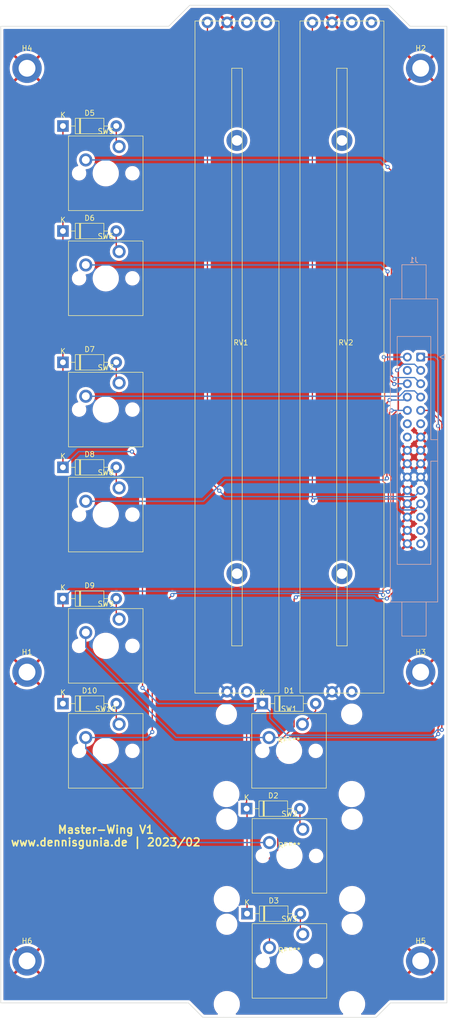
<source format=kicad_pcb>
(kicad_pcb (version 20211014) (generator pcbnew)
  (layers (0 "F.Cu" signal) (31 "B.Cu" signal) (34 "B.Paste" user) (35 "F.Paste" user) (36 "B.SilkS" user "B.Silkscreen") (37 "F.SilkS" user "F.Silkscreen") (38 "B.Mask" user) (39 "F.Mask" user) (44 "Edge.Cuts" user))
  (net 0 "")
  (net 1 "Net-(D1-Pad2)")
  (net 2 "MATRIX_1")
  (net 3 "MATRIX_2")
  (net 4 "MATRIX_A")
  (net 5 "Net-(D3-Pad2)")
  (net 7 "Net-(D5-Pad2)")
  (net 8 "MATRIX_3")
  (net 9 "MATRIX_4")
  (net 10 "Net-(D9-Pad2)")
  (net 11 "Net-(D10-Pad2)")
  (net 12 "MATRIX_5")
  (net 13 "MATRIX_6")
  (net 14 "MATRIX_B")
  (net 16 "MATRIX_7")
  (net 17 "MATRIX_8")
  (net 19 "Net-(D2-Pad2)")
  (net 20 "Net-(D7-Pad2)")
  (net 21 "Net-(D8-Pad2)")
  (net 22 "GND")
  (net 23 "+5V")
  (net 24 "ANALOG_1")
  (net 25 "ANALOG_2")
  (net 27 "Net-(D6-Pad2)")
  (footprint "cherrymx:SW_Cherry_MX_PCB_2.00u" (layer "F.Cu") (at 70 170)
    (fp_text reference "SW2" (at 0 -8) (layer "F.SilkS"))
    (fp_text value "Switch_SW_DPST")
    (fp_line (start -7.1 -7.1) (end -7.1 7.1) (layer "F.SilkS") (width 0.12))
    (fp_line (start 7.1 7.1) (end 7.1 -7.1) (layer "F.SilkS") (width 0.12))
    (fp_line (start 7.1 -7.1) (end -7.1 -7.1) (layer "F.SilkS") (width 0.12))
    (fp_line (start -7.1 7.1) (end 7.1 7.1) (layer "F.SilkS") (width 0.12))
    (pad "" np_thru_hole circle locked (at 0 0) (size 4 4) (drill 4) (layers *.Cu *.Mask))
    (pad "" np_thru_hole circle locked (at -5.08 0) (size 1.75 1.75) (drill 1.75) (layers *.Cu *.Mask))
    (pad "" np_thru_hole circle locked (at 5.08 0) (size 1.75 1.75) (drill 1.75) (layers *.Cu *.Mask))
    (pad "1" thru_hole circle locked (at -3.81 -2.54) (size 2.5 2.5) (drill 1.5) (layers *.Cu "B.Mask") (net 3 "MATRIX_2"))
    (pad "2" thru_hole circle locked (at 2.54 -5.08) (size 2.5 2.5) (drill 1.5) (layers *.Cu "B.Mask") (net 19 "Net-(D2-Pad2)"))
  )
  (footprint "Mounting_Keyboard_Stabilizer:Stabilizer_Cherry_MX_2.00u" (layer "F.Cu") (at 70 190)
    (fp_text reference "REF**" (at 0 -2) (layer "F.SilkS"))
    (fp_text value "Stabilizer_Cherry_MX_2.00u")
    (pad "" np_thru_hole circle locked (at 11.938 -6.985) (size 3.048 3.048) (drill 3.048) (layers *.Cu *.Mask))
    (pad "" np_thru_hole circle locked (at -11.938 -6.985) (size 3.048 3.048) (drill 3.048) (layers *.Cu *.Mask))
    (pad "" np_thru_hole circle locked (at 11.938 8.225) (size 3.9878 3.9878) (drill 3.9878) (layers *.Cu *.Mask))
    (pad "" np_thru_hole circle locked (at -11.938 8.225) (size 3.9878 3.9878) (drill 3.9878) (layers *.Cu *.Mask))
  )
  (footprint "cherrymx:SW_Cherry_MX_PCB_1.00u" (layer "F.Cu") (at 35 85)
    (fp_text reference "SW7" (at 0 -8) (layer "F.SilkS"))
    (fp_text value "Switch_SW_DPST")
    (fp_line (start -7.1 -7.1) (end -7.1 7.1) (layer "F.SilkS") (width 0.12))
    (fp_line (start 7.1 -7.1) (end -7.1 -7.1) (layer "F.SilkS") (width 0.12))
    (fp_line (start -7.1 7.1) (end 7.1 7.1) (layer "F.SilkS") (width 0.12))
    (fp_line (start 7.1 7.1) (end 7.1 -7.1) (layer "F.SilkS") (width 0.12))
    (pad "" np_thru_hole circle locked (at 0 0) (size 4 4) (drill 4) (layers *.Cu *.Mask))
    (pad "" np_thru_hole circle locked (at -5.08 0) (size 1.75 1.75) (drill 1.75) (layers *.Cu *.Mask))
    (pad "" np_thru_hole circle locked (at 5.08 0) (size 1.75 1.75) (drill 1.75) (layers *.Cu *.Mask))
    (pad "1" thru_hole circle locked (at -3.81 -2.54) (size 2.5 2.5) (drill 1.5) (layers *.Cu "B.Mask") (net 16 "MATRIX_7"))
    (pad "2" thru_hole circle locked (at 2.54 -5.08) (size 2.5 2.5) (drill 1.5) (layers *.Cu "B.Mask") (net 20 "Net-(D7-Pad2)"))
  )
  (footprint "cherrymx:SW_Cherry_MX_PCB_1.00u" (layer "F.Cu") (at 35 40)
    (fp_text reference "SW5" (at 0 -8) (layer "F.SilkS"))
    (fp_text value "Switch_SW_DPST")
    (fp_line (start 7.1 7.1) (end 7.1 -7.1) (layer "F.SilkS") (width 0.12))
    (fp_line (start -7.1 7.1) (end 7.1 7.1) (layer "F.SilkS") (width 0.12))
    (fp_line (start -7.1 -7.1) (end -7.1 7.1) (layer "F.SilkS") (width 0.12))
    (fp_line (start 7.1 -7.1) (end -7.1 -7.1) (layer "F.SilkS") (width 0.12))
    (pad "" np_thru_hole circle locked (at 0 0) (size 4 4) (drill 4) (layers *.Cu *.Mask))
    (pad "" np_thru_hole circle locked (at 5.08 0) (size 1.75 1.75) (drill 1.75) (layers *.Cu *.Mask))
    (pad "" np_thru_hole circle locked (at -5.08 0) (size 1.75 1.75) (drill 1.75) (layers *.Cu *.Mask))
    (pad "1" thru_hole circle locked (at -3.81 -2.54) (size 2.5 2.5) (drill 1.5) (layers *.Cu "B.Mask") (net 12 "MATRIX_5"))
    (pad "2" thru_hole circle locked (at 2.54 -5.08) (size 2.5 2.5) (drill 1.5) (layers *.Cu "B.Mask") (net 7 "Net-(D5-Pad2)"))
  )
  (footprint "Diode_THT:D_DO-41_SOD81_P10.16mm_Horizontal" (layer "F.Cu") (at 26.84 141)
    (fp_text reference "D10" (at 5.08 -2.47) (layer "F.SilkS"))
    (fp_text value "1N4001")
    (fp_text user "K" (at 0 -2.1) (layer "F.SilkS"))
    (fp_line (start 8.82 0) (end 7.8 0) (layer "F.SilkS") (width 0.12))
    (fp_line (start 7.8 1.47) (end 7.8 -1.47) (layer "F.SilkS") (width 0.12))
    (fp_line (start 7.8 -1.47) (end 2.36 -1.47) (layer "F.SilkS") (width 0.12))
    (fp_line (start 2.36 -1.47) (end 2.36 1.47) (layer "F.SilkS") (width 0.12))
    (fp_line (start 3.14 -1.47) (end 3.14 1.47) (layer "F.SilkS") (width 0.12))
    (fp_line (start 3.38 -1.47) (end 3.38 1.47) (layer "F.SilkS") (width 0.12))
    (fp_line (start 3.26 -1.47) (end 3.26 1.47) (layer "F.SilkS") (width 0.12))
    (fp_line (start 2.36 1.47) (end 7.8 1.47) (layer "F.SilkS") (width 0.12))
    (fp_line (start 1.34 0) (end 2.36 0) (layer "F.SilkS") (width 0.12))
    (pad "1" thru_hole rect (at 0 0) (size 2.2 2.2) (drill 1.1) (layers *.Cu *.Mask) (net 14 "MATRIX_B"))
    (pad "2" thru_hole oval (at 10.16 0) (size 2.2 2.2) (drill 1.1) (layers *.Cu *.Mask) (net 11 "Net-(D10-Pad2)"))
  )
  (footprint "w_conn_av:RS100N12-LIN10K" (layer "F.Cu") (at 80 75)
    (fp_text reference "RV2" (at 0.75 -2.75 unlocked) (layer "F.SilkS"))
    (fp_text value "10K LIN")
    (fp_line (start -8 -64) (end 8 -64) (layer "F.SilkS") (width 0.12))
    (fp_line (start -1 -55) (end -1 55) (layer "F.SilkS") (width 0.12))
    (fp_line (start -8 64) (end 8 64) (layer "F.SilkS") (width 0.12))
    (fp_line (start 1 -55) (end 1 55) (layer "F.SilkS") (width 0.12))
    (fp_line (start -8 64) (end -8 -64) (layer "F.SilkS") (width 0.12))
    (fp_line (start -1 55) (end 1 55) (layer "F.SilkS") (width 0.12))
    (fp_line (start 8 -64) (end 8 64) (layer "F.SilkS") (width 0.12))
    (fp_line (start -1 -55) (end 1 -55) (layer "F.SilkS") (width 0.12))
    (pad "1" thru_hole circle (at -1.88 -63.75) (size 2.2 2.2) (drill 1.2) (layers *.Cu *.Mask) (net 22 "GND"))
    (pad "2" thru_hole circle (at -5.63 -63.75) (size 2.2 2.2) (drill 1.2) (layers *.Cu *.Mask) (net 25 "ANALOG_2"))
    (pad "3" thru_hole circle (at -1.88 63.75) (size 2.2 2.2) (drill 1.2) (layers *.Cu *.Mask) (net 23 "+5V"))
    (pad "4" thru_hole circle (at 1.88 -63.75) (size 2.2 2.2) (drill 1.2) (layers *.Cu *.Mask))
    (pad "5" thru_hole circle (at 5.63 -63.75) (size 2.2 2.2) (drill 1.2) (layers *.Cu *.Mask))
    (pad "6" thru_hole circle (at 1.88 63.75) (size 2.2 2.2) (drill 1.2) (layers *.Cu *.Mask))
    (pad "G" thru_hole circle (at 0 -41.25) (size 4 4) (drill 2) (layers *.Cu *.Mask))
    (pad "G" thru_hole circle (at 0 41.25) (size 4 4) (drill 2) (layers *.Cu *.Mask))
  )
  (footprint "cherrymx:SW_Cherry_MX_PCB_1.00u" (layer "F.Cu") (at 35 105)
    (fp_text reference "SW8" (at 0 -8) (layer "F.SilkS"))
    (fp_text value "Switch_SW_DPST")
    (fp_line (start -7.1 7.1) (end 7.1 7.1) (layer "F.SilkS") (width 0.12))
    (fp_line (start -7.1 -7.1) (end -7.1 7.1) (layer "F.SilkS") (width 0.12))
    (fp_line (start 7.1 7.1) (end 7.1 -7.1) (layer "F.SilkS") (width 0.12))
    (fp_line (start 7.1 -7.1) (end -7.1 -7.1) (layer "F.SilkS") (width 0.12))
    (pad "" np_thru_hole circle locked (at -5.08 0) (size 1.75 1.75) (drill 1.75) (layers *.Cu *.Mask))
    (pad "" np_thru_hole circle locked (at 0 0) (size 4 4) (drill 4) (layers *.Cu *.Mask))
    (pad "" np_thru_hole circle locked (at 5.08 0) (size 1.75 1.75) (drill 1.75) (layers *.Cu *.Mask))
    (pad "1" thru_hole circle locked (at -3.81 -2.54) (size 2.5 2.5) (drill 1.5) (layers *.Cu "B.Mask") (net 17 "MATRIX_8"))
    (pad "2" thru_hole circle locked (at 2.54 -5.08) (size 2.5 2.5) (drill 1.5) (layers *.Cu "B.Mask") (net 21 "Net-(D8-Pad2)"))
  )
  (footprint "MountingHole:MountingHole_3.2mm_M3_DIN965_Pad" (layer "F.Cu") (at 95 190)
    (fp_text reference "H5" (at 0 -3.8) (layer "F.SilkS"))
    (fp_text value "MountingHole")
    (pad "1" thru_hole circle (at 0 0) (size 5.6 5.6) (drill 3.2) (layers *.Cu *.Mask) (net 22 "GND"))
  )
  (footprint "Diode_THT:D_DO-41_SOD81_P10.16mm_Horizontal" (layer "F.Cu") (at 61.92 181)
    (fp_text reference "D3" (at 5.08 -2.47) (layer "F.SilkS"))
    (fp_text value "1N4001")
    (fp_text user "K" (at 0 -2.1) (layer "F.SilkS"))
    (fp_line (start 3.38 -1.47) (end 3.38 1.47) (layer "F.SilkS") (width 0.12))
    (fp_line (start 3.26 -1.47) (end 3.26 1.47) (layer "F.SilkS") (width 0.12))
    (fp_line (start 7.8 1.47) (end 7.8 -1.47) (layer "F.SilkS") (width 0.12))
    (fp_line (start 1.34 0) (end 2.36 0) (layer "F.SilkS") (width 0.12))
    (fp_line (start 8.82 0) (end 7.8 0) (layer "F.SilkS") (width 0.12))
    (fp_line (start 3.14 -1.47) (end 3.14 1.47) (layer "F.SilkS") (width 0.12))
    (fp_line (start 7.8 -1.47) (end 2.36 -1.47) (layer "F.SilkS") (width 0.12))
    (fp_line (start 2.36 -1.47) (end 2.36 1.47) (layer "F.SilkS") (width 0.12))
    (fp_line (start 2.36 1.47) (end 7.8 1.47) (layer "F.SilkS") (width 0.12))
    (pad "1" thru_hole rect (at 0 0) (size 2.2 2.2) (drill 1.1) (layers *.Cu *.Mask) (net 4 "MATRIX_A"))
    (pad "2" thru_hole oval (at 10.16 0) (size 2.2 2.2) (drill 1.1) (layers *.Cu *.Mask) (net 5 "Net-(D3-Pad2)"))
  )
  (footprint "cherrymx:SW_Cherry_MX_PCB_1.00u" (layer "F.Cu") (at 35 150)
    (fp_text reference "SW10" (at 0 -8) (layer "F.SilkS"))
    (fp_text value "Switch_SW_DPST")
    (fp_line (start -7.1 -7.1) (end -7.1 7.1) (layer "F.SilkS") (width 0.12))
    (fp_line (start -7.1 7.1) (end 7.1 7.1) (layer "F.SilkS") (width 0.12))
    (fp_line (start 7.1 7.1) (end 7.1 -7.1) (layer "F.SilkS") (width 0.12))
    (fp_line (start 7.1 -7.1) (end -7.1 -7.1) (layer "F.SilkS") (width 0.12))
    (pad "" np_thru_hole circle locked (at -5.08 0) (size 1.75 1.75) (drill 1.75) (layers *.Cu *.Mask))
    (pad "" np_thru_hole circle locked (at 0 0) (size 4 4) (drill 4) (layers *.Cu *.Mask))
    (pad "" np_thru_hole circle locked (at 5.08 0) (size 1.75 1.75) (drill 1.75) (layers *.Cu *.Mask))
    (pad "1" thru_hole circle locked (at -3.81 -2.54) (size 2.5 2.5) (drill 1.5) (layers *.Cu "B.Mask") (net 3 "MATRIX_2"))
    (pad "2" thru_hole circle locked (at 2.54 -5.08) (size 2.5 2.5) (drill 1.5) (layers *.Cu "B.Mask") (net 11 "Net-(D10-Pad2)"))
  )
  (footprint "Mounting_Keyboard_Stabilizer:Stabilizer_Cherry_MX_2.00u" (layer "F.Cu") (at 69.92 150)
    (fp_text reference "REF**" (at 0 -2) (layer "F.SilkS"))
    (fp_text value "Stabilizer_Cherry_MX_2.00u")
    (pad "" np_thru_hole circle locked (at 11.938 -6.985) (size 3.048 3.048) (drill 3.048) (layers *.Cu *.Mask))
    (pad "" np_thru_hole circle locked (at -11.938 -6.985) (size 3.048 3.048) (drill 3.048) (layers *.Cu *.Mask))
    (pad "" np_thru_hole circle locked (at 11.938 8.225) (size 3.9878 3.9878) (drill 3.9878) (layers *.Cu *.Mask))
    (pad "" np_thru_hole circle locked (at -11.938 8.225) (size 3.9878 3.9878) (drill 3.9878) (layers *.Cu *.Mask))
  )
  (footprint "Diode_THT:D_DO-41_SOD81_P10.16mm_Horizontal" (layer "F.Cu") (at 26.84 96)
    (fp_text reference "D8" (at 5.08 -2.47) (layer "F.SilkS"))
    (fp_text value "1N4001")
    (fp_text user "K" (at 0 -2.1) (layer "F.SilkS"))
    (fp_line (start 3.26 -1.47) (end 3.26 1.47) (layer "F.SilkS") (width 0.12))
    (fp_line (start 3.38 -1.47) (end 3.38 1.47) (layer "F.SilkS") (width 0.12))
    (fp_line (start 3.14 -1.47) (end 3.14 1.47) (layer "F.SilkS") (width 0.12))
    (fp_line (start 2.36 1.47) (end 7.8 1.47) (layer "F.SilkS") (width 0.12))
    (fp_line (start 7.8 -1.47) (end 2.36 -1.47) (layer "F.SilkS") (width 0.12))
    (fp_line (start 2.36 -1.47) (end 2.36 1.47) (layer "F.SilkS") (width 0.12))
    (fp_line (start 1.34 0) (end 2.36 0) (layer "F.SilkS") (width 0.12))
    (fp_line (start 8.82 0) (end 7.8 0) (layer "F.SilkS") (width 0.12))
    (fp_line (start 7.8 1.47) (end 7.8 -1.47) (layer "F.SilkS") (width 0.12))
    (pad "1" thru_hole rect (at 0 0) (size 2.2 2.2) (drill 1.1) (layers *.Cu *.Mask) (net 4 "MATRIX_A"))
    (pad "2" thru_hole oval (at 10.16 0) (size 2.2 2.2) (drill 1.1) (layers *.Cu *.Mask) (net 21 "Net-(D8-Pad2)"))
  )
  (footprint "cherrymx:SW_Cherry_MX_PCB_1.00u" (layer "F.Cu") (at 35 60)
    (fp_text reference "SW6" (at 0 -8) (layer "F.SilkS"))
    (fp_text value "Switch_SW_DPST")
    (fp_line (start -7.1 7.1) (end 7.1 7.1) (layer "F.SilkS") (width 0.12))
    (fp_line (start 7.1 -7.1) (end -7.1 -7.1) (layer "F.SilkS") (width 0.12))
    (fp_line (start 7.1 7.1) (end 7.1 -7.1) (layer "F.SilkS") (width 0.12))
    (fp_line (start -7.1 -7.1) (end -7.1 7.1) (layer "F.SilkS") (width 0.12))
    (pad "" np_thru_hole circle locked (at 5.08 0) (size 1.75 1.75) (drill 1.75) (layers *.Cu *.Mask))
    (pad "" np_thru_hole circle locked (at 0 0) (size 4 4) (drill 4) (layers *.Cu *.Mask))
    (pad "" np_thru_hole circle locked (at -5.08 0) (size 1.75 1.75) (drill 1.75) (layers *.Cu *.Mask))
    (pad "1" thru_hole circle locked (at -3.81 -2.54) (size 2.5 2.5) (drill 1.5) (layers *.Cu "B.Mask") (net 13 "MATRIX_6"))
    (pad "2" thru_hole circle locked (at 2.54 -5.08) (size 2.5 2.5) (drill 1.5) (layers *.Cu "B.Mask") (net 27 "Net-(D6-Pad2)"))
  )
  (footprint "MountingHole:MountingHole_3.2mm_M3_DIN965_Pad" (layer "F.Cu") (at 95 135)
    (fp_text reference "H3" (at 0 -3.8) (layer "F.SilkS"))
    (fp_text value "MountingHole")
    (pad "1" thru_hole circle (at 0 0) (size 5.6 5.6) (drill 3.2) (layers *.Cu *.Mask) (net 22 "GND"))
  )
  (footprint "cherrymx:SW_Cherry_MX_PCB_2.00u" (layer "F.Cu") (at 69.92 150)
    (fp_text reference "SW1" (at 0 -8) (layer "F.SilkS"))
    (fp_text value "Switch_SW_DPST")
    (fp_line (start -7.1 7.1) (end 7.1 7.1) (layer "F.SilkS") (width 0.12))
    (fp_line (start -7.1 -7.1) (end -7.1 7.1) (layer "F.SilkS") (width 0.12))
    (fp_line (start 7.1 7.1) (end 7.1 -7.1) (layer "F.SilkS") (width 0.12))
    (fp_line (start 7.1 -7.1) (end -7.1 -7.1) (layer "F.SilkS") (width 0.12))
    (pad "" np_thru_hole circle locked (at 0 0) (size 4 4) (drill 4) (layers *.Cu *.Mask))
    (pad "" np_thru_hole circle locked (at -5.08 0) (size 1.75 1.75) (drill 1.75) (layers *.Cu *.Mask))
    (pad "" np_thru_hole circle locked (at 5.08 0) (size 1.75 1.75) (drill 1.75) (layers *.Cu *.Mask))
    (pad "1" thru_hole circle locked (at -3.81 -2.54) (size 2.5 2.5) (drill 1.5) (layers *.Cu "B.Mask") (net 2 "MATRIX_1"))
    (pad "2" thru_hole circle locked (at 2.54 -5.08) (size 2.5 2.5) (drill 1.5) (layers *.Cu "B.Mask") (net 1 "Net-(D1-Pad2)"))
  )
  (footprint "Mounting_Keyboard_Stabilizer:Stabilizer_Cherry_MX_2.00u" (layer "F.Cu") (at 70 170)
    (fp_text reference "REF**" (at 0 -2) (layer "F.SilkS"))
    (fp_text value "Stabilizer_Cherry_MX_2.00u")
    (pad "" np_thru_hole circle locked (at 11.938 -6.985) (size 3.048 3.048) (drill 3.048) (layers *.Cu *.Mask))
    (pad "" np_thru_hole circle locked (at -11.938 -6.985) (size 3.048 3.048) (drill 3.048) (layers *.Cu *.Mask))
    (pad "" np_thru_hole circle locked (at 11.938 8.225) (size 3.9878 3.9878) (drill 3.9878) (layers *.Cu *.Mask))
    (pad "" np_thru_hole circle locked (at -11.938 8.225) (size 3.9878 3.9878) (drill 3.9878) (layers *.Cu *.Mask))
  )
  (footprint "Diode_THT:D_DO-41_SOD81_P10.16mm_Horizontal" (layer "F.Cu") (at 64.84 141)
    (fp_text reference "D1" (at 5.08 -2.47) (layer "F.SilkS"))
    (fp_text value "1N4001")
    (fp_text user "K" (at 0 -2.1) (layer "F.SilkS"))
    (fp_line (start 2.36 1.47) (end 7.8 1.47) (layer "F.SilkS") (width 0.12))
    (fp_line (start 2.36 -1.47) (end 2.36 1.47) (layer "F.SilkS") (width 0.12))
    (fp_line (start 7.8 1.47) (end 7.8 -1.47) (layer "F.SilkS") (width 0.12))
    (fp_line (start 7.8 -1.47) (end 2.36 -1.47) (layer "F.SilkS") (width 0.12))
    (fp_line (start 3.38 -1.47) (end 3.38 1.47) (layer "F.SilkS") (width 0.12))
    (fp_line (start 1.34 0) (end 2.36 0) (layer "F.SilkS") (width 0.12))
    (fp_line (start 3.14 -1.47) (end 3.14 1.47) (layer "F.SilkS") (width 0.12))
    (fp_line (start 8.82 0) (end 7.8 0) (layer "F.SilkS") (width 0.12))
    (fp_line (start 3.26 -1.47) (end 3.26 1.47) (layer "F.SilkS") (width 0.12))
    (pad "1" thru_hole rect (at 0 0) (size 2.2 2.2) (drill 1.1) (layers *.Cu *.Mask) (net 4 "MATRIX_A"))
    (pad "2" thru_hole oval (at 10.16 0) (size 2.2 2.2) (drill 1.1) (layers *.Cu *.Mask) (net 1 "Net-(D1-Pad2)"))
  )
  (footprint "cherrymx:SW_Cherry_MX_PCB_1.00u" (layer "F.Cu") (at 35 130)
    (fp_text reference "SW9" (at 0 -8) (layer "F.SilkS"))
    (fp_text value "Switch_SW_DPST")
    (fp_line (start -7.1 -7.1) (end -7.1 7.1) (layer "F.SilkS") (width 0.12))
    (fp_line (start -7.1 7.1) (end 7.1 7.1) (layer "F.SilkS") (width 0.12))
    (fp_line (start 7.1 -7.1) (end -7.1 -7.1) (layer "F.SilkS") (width 0.12))
    (fp_line (start 7.1 7.1) (end 7.1 -7.1) (layer "F.SilkS") (width 0.12))
    (pad "" np_thru_hole circle locked (at 5.08 0) (size 1.75 1.75) (drill 1.75) (layers *.Cu *.Mask))
    (pad "" np_thru_hole circle locked (at -5.08 0) (size 1.75 1.75) (drill 1.75) (layers *.Cu *.Mask))
    (pad "" np_thru_hole circle locked (at 0 0) (size 4 4) (drill 4) (layers *.Cu *.Mask))
    (pad "1" thru_hole circle locked (at -3.81 -2.54) (size 2.5 2.5) (drill 1.5) (layers *.Cu "B.Mask") (net 2 "MATRIX_1"))
    (pad "2" thru_hole circle locked (at 2.54 -5.08) (size 2.5 2.5) (drill 1.5) (layers *.Cu "B.Mask") (net 10 "Net-(D9-Pad2)"))
  )
  (footprint "w_conn_av:RS100N12-LIN10K" (layer "F.Cu") (at 60 75)
    (fp_text reference "RV1" (at 0.75 -2.75 unlocked) (layer "F.SilkS"))
    (fp_text value "10K LIN")
    (fp_line (start -1 -55) (end -1 55) (layer "F.SilkS") (width 0.12))
    (fp_line (start 1 -55) (end 1 55) (layer "F.SilkS") (width 0.12))
    (fp_line (start -1 55) (end 1 55) (layer "F.SilkS") (width 0.12))
    (fp_line (start -1 -55) (end 1 -55) (layer "F.SilkS") (width 0.12))
    (fp_line (start -8 64) (end -8 -64) (layer "F.SilkS") (width 0.12))
    (fp_line (start 8 -64) (end 8 64) (layer "F.SilkS") (width 0.12))
    (fp_line (start -8 -64) (end 8 -64) (layer "F.SilkS") (width 0.12))
    (fp_line (start -8 64) (end 8 64) (layer "F.SilkS") (width 0.12))
    (pad "1" thru_hole circle (at -1.88 -63.75) (size 2.2 2.2) (drill 1.2) (layers *.Cu *.Mask) (net 22 "GND"))
    (pad "2" thru_hole circle (at -5.63 -63.75) (size 2.2 2.2) (drill 1.2) (layers *.Cu *.Mask) (net 24 "ANALOG_1"))
    (pad "3" thru_hole circle (at -1.88 63.75) (size 2.2 2.2) (drill 1.2) (layers *.Cu *.Mask) (net 23 "+5V"))
    (pad "4" thru_hole circle (at 1.88 -63.75) (size 2.2 2.2) (drill 1.2) (layers *.Cu *.Mask))
    (pad "5" thru_hole circle (at 5.63 -63.75) (size 2.2 2.2) (drill 1.2) (layers *.Cu *.Mask))
    (pad "6" thru_hole circle (at 1.88 63.75) (size 2.2 2.2) (drill 1.2) (layers *.Cu *.Mask))
    (pad "G" thru_hole circle (at 0 41.25) (size 4 4) (drill 2) (layers *.Cu *.Mask))
    (pad "G" thru_hole circle (at 0 -41.25) (size 4 4) (drill 2) (layers *.Cu *.Mask))
  )
  (footprint "MountingHole:MountingHole_3.2mm_M3_DIN965_Pad" (layer "F.Cu") (at 95 20)
    (fp_text reference "H2" (at 0 -3.8) (layer "F.SilkS"))
    (fp_text value "MountingHole")
    (pad "1" thru_hole circle (at 0 0) (size 5.6 5.6) (drill 3.2) (layers *.Cu *.Mask) (net 22 "GND"))
  )
  (footprint "MountingHole:MountingHole_3.2mm_M3_DIN965_Pad" (layer "F.Cu") (at 20 135)
    (fp_text reference "H1" (at 0 -3.8) (layer "F.SilkS"))
    (fp_text value "MountingHole")
    (pad "1" thru_hole circle (at 0 0) (size 5.6 5.6) (drill 3.2) (layers *.Cu *.Mask) (net 22 "GND"))
  )
  (footprint "MountingHole:MountingHole_3.2mm_M3_DIN965_Pad" (layer "F.Cu") (at 20 20)
    (fp_text reference "H4" (at 0 -3.8) (layer "F.SilkS"))
    (fp_text value "MountingHole")
    (pad "1" thru_hole circle (at 0 0) (size 5.6 5.6) (drill 3.2) (layers *.Cu *.Mask) (net 22 "GND"))
  )
  (footprint "Diode_THT:D_DO-41_SOD81_P10.16mm_Horizontal" (layer "F.Cu") (at 26.84 76)
    (fp_text reference "D7" (at 5.08 -2.47) (layer "F.SilkS"))
    (fp_text value "1N4001")
    (fp_text user "K" (at 0 -2.1) (layer "F.SilkS"))
    (fp_line (start 2.36 1.47) (end 7.8 1.47) (layer "F.SilkS") (width 0.12))
    (fp_line (start 7.8 1.47) (end 7.8 -1.47) (layer "F.SilkS") (width 0.12))
    (fp_line (start 3.38 -1.47) (end 3.38 1.47) (layer "F.SilkS") (width 0.12))
    (fp_line (start 1.34 0) (end 2.36 0) (layer "F.SilkS") (width 0.12))
    (fp_line (start 2.36 -1.47) (end 2.36 1.47) (layer "F.SilkS") (width 0.12))
    (fp_line (start 3.26 -1.47) (end 3.26 1.47) (layer "F.SilkS") (width 0.12))
    (fp_line (start 3.14 -1.47) (end 3.14 1.47) (layer "F.SilkS") (width 0.12))
    (fp_line (start 7.8 -1.47) (end 2.36 -1.47) (layer "F.SilkS") (width 0.12))
    (fp_line (start 8.82 0) (end 7.8 0) (layer "F.SilkS") (width 0.12))
    (pad "1" thru_hole rect (at 0 0) (size 2.2 2.2) (drill 1.1) (layers *.Cu *.Mask) (net 4 "MATRIX_A"))
    (pad "2" thru_hole oval (at 10.16 0) (size 2.2 2.2) (drill 1.1) (layers *.Cu *.Mask) (net 20 "Net-(D7-Pad2)"))
  )
  (footprint "MountingHole:MountingHole_3.2mm_M3_DIN965_Pad" (layer "F.Cu") (at 20 190)
    (fp_text reference "H6" (at 0 -3.8) (layer "F.SilkS"))
    (fp_text value "MountingHole")
    (pad "1" thru_hole circle (at 0 0) (size 5.6 5.6) (drill 3.2) (layers *.Cu *.Mask) (net 22 "GND"))
  )
  (footprint "Diode_THT:D_DO-41_SOD81_P10.16mm_Horizontal" (layer "F.Cu") (at 61.84 161)
    (fp_text reference "D2" (at 5.08 -2.47) (layer "F.SilkS"))
    (fp_text value "1N4001")
    (fp_text user "K" (at 0 -2.1) (layer "F.SilkS"))
    (fp_line (start 3.38 -1.47) (end 3.38 1.47) (layer "F.SilkS") (width 0.12))
    (fp_line (start 1.34 0) (end 2.36 0) (layer "F.SilkS") (width 0.12))
    (fp_line (start 2.36 1.47) (end 7.8 1.47) (layer "F.SilkS") (width 0.12))
    (fp_line (start 3.26 -1.47) (end 3.26 1.47) (layer "F.SilkS") (width 0.12))
    (fp_line (start 7.8 -1.47) (end 2.36 -1.47) (layer "F.SilkS") (width 0.12))
    (fp_line (start 3.14 -1.47) (end 3.14 1.47) (layer "F.SilkS") (width 0.12))
    (fp_line (start 7.8 1.47) (end 7.8 -1.47) (layer "F.SilkS") (width 0.12))
    (fp_line (start 2.36 -1.47) (end 2.36 1.47) (layer "F.SilkS") (width 0.12))
    (fp_line (start 8.82 0) (end 7.8 0) (layer "F.SilkS") (width 0.12))
    (pad "1" thru_hole rect (at 0 0) (size 2.2 2.2) (drill 1.1) (layers *.Cu *.Mask) (net 4 "MATRIX_A"))
    (pad "2" thru_hole oval (at 10.16 0) (size 2.2 2.2) (drill 1.1) (layers *.Cu *.Mask) (net 19 "Net-(D2-Pad2)"))
  )
  (footprint "Diode_THT:D_DO-41_SOD81_P10.16mm_Horizontal" (layer "F.Cu") (at 26.84 121)
    (fp_text reference "D9" (at 5.08 -2.47) (layer "F.SilkS"))
    (fp_text value "1N4001")
    (fp_text user "K" (at 0 -2.1) (layer "F.SilkS"))
    (fp_line (start 3.14 -1.47) (end 3.14 1.47) (layer "F.SilkS") (width 0.12))
    (fp_line (start 2.36 -1.47) (end 2.36 1.47) (layer "F.SilkS") (width 0.12))
    (fp_line (start 8.82 0) (end 7.8 0) (layer "F.SilkS") (width 0.12))
    (fp_line (start 1.34 0) (end 2.36 0) (layer "F.SilkS") (width 0.12))
    (fp_line (start 7.8 1.47) (end 7.8 -1.47) (layer "F.SilkS") (width 0.12))
    (fp_line (start 2.36 1.47) (end 7.8 1.47) (layer "F.SilkS") (width 0.12))
    (fp_line (start 3.26 -1.47) (end 3.26 1.47) (layer "F.SilkS") (width 0.12))
    (fp_line (start 3.38 -1.47) (end 3.38 1.47) (layer "F.SilkS") (width 0.12))
    (fp_line (start 7.8 -1.47) (end 2.36 -1.47) (layer "F.SilkS") (width 0.12))
    (pad "1" thru_hole rect (at 0 0) (size 2.2 2.2) (drill 1.1) (layers *.Cu *.Mask) (net 14 "MATRIX_B"))
    (pad "2" thru_hole oval (at 10.16 0) (size 2.2 2.2) (drill 1.1) (layers *.Cu *.Mask) (net 10 "Net-(D9-Pad2)"))
  )
  (footprint "Diode_THT:D_DO-41_SOD81_P10.16mm_Horizontal" (layer "F.Cu") (at 26.84 51)
    (fp_text reference "D6" (at 5.08 -2.47) (layer "F.SilkS"))
    (fp_text value "1N4001")
    (fp_text user "K" (at 0 -2.1) (layer "F.SilkS"))
    (fp_line (start 7.8 -1.47) (end 2.36 -1.47) (layer "F.SilkS") (width 0.12))
    (fp_line (start 3.14 -1.47) (end 3.14 1.47) (layer "F.SilkS") (width 0.12))
    (fp_line (start 2.36 -1.47) (end 2.36 1.47) (layer "F.SilkS") (width 0.12))
    (fp_line (start 3.38 -1.47) (end 3.38 1.47) (layer "F.SilkS") (width 0.12))
    (fp_line (start 2.36 1.47) (end 7.8 1.47) (layer "F.SilkS") (width 0.12))
    (fp_line (start 3.26 -1.47) (end 3.26 1.47) (layer "F.SilkS") (width 0.12))
    (fp_line (start 7.8 1.47) (end 7.8 -1.47) (layer "F.SilkS") (width 0.12))
    (fp_line (start 1.34 0) (end 2.36 0) (layer "F.SilkS") (width 0.12))
    (fp_line (start 8.82 0) (end 7.8 0) (layer "F.SilkS") (width 0.12))
    (pad "1" thru_hole rect (at 0 0) (size 2.2 2.2) (drill 1.1) (layers *.Cu *.Mask) (net 4 "MATRIX_A"))
    (pad "2" thru_hole oval (at 10.16 0) (size 2.2 2.2) (drill 1.1) (layers *.Cu *.Mask) (net 27 "Net-(D6-Pad2)"))
  )
  (footprint "cherrymx:SW_Cherry_MX_PCB_2.00u" (layer "F.Cu") (at 70 190)
    (fp_text reference "SW3" (at 0 -8) (layer "F.SilkS"))
    (fp_text value "Switch_SW_DPST")
    (fp_line (start -7.1 7.1) (end 7.1 7.1) (layer "F.SilkS") (width 0.12))
    (fp_line (start -7.1 -7.1) (end -7.1 7.1) (layer "F.SilkS") (width 0.12))
    (fp_line (start 7.1 7.1) (end 7.1 -7.1) (layer "F.SilkS") (width 0.12))
    (fp_line (start 7.1 -7.1) (end -7.1 -7.1) (layer "F.SilkS") (width 0.12))
    (pad "" np_thru_hole circle locked (at 5.08 0) (size 1.75 1.75) (drill 1.75) (layers *.Cu *.Mask))
    (pad "" np_thru_hole circle locked (at -5.08 0) (size 1.75 1.75) (drill 1.75) (layers *.Cu *.Mask))
    (pad "" np_thru_hole circle locked (at 0 0) (size 4 4) (drill 4) (layers *.Cu *.Mask))
    (pad "1" thru_hole circle locked (at -3.81 -2.54) (size 2.5 2.5) (drill 1.5) (layers *.Cu "B.Mask") (net 8 "MATRIX_3"))
    (pad "2" thru_hole circle locked (at 2.54 -5.08) (size 2.5 2.5) (drill 1.5) (layers *.Cu "B.Mask") (net 5 "Net-(D3-Pad2)"))
  )
  (footprint "Diode_THT:D_DO-41_SOD81_P10.16mm_Horizontal" (layer "F.Cu") (at 26.84 31)
    (fp_text reference "D5" (at 5.08 -2.47) (layer "F.SilkS"))
    (fp_text value "1N4001")
    (fp_text user "K" (at 0 -2.1) (layer "F.SilkS"))
    (fp_line (start 3.26 -1.47) (end 3.26 1.47) (layer "F.SilkS") (width 0.12))
    (fp_line (start 2.36 1.47) (end 7.8 1.47) (layer "F.SilkS") (width 0.12))
    (fp_line (start 2.36 -1.47) (end 2.36 1.47) (layer "F.SilkS") (width 0.12))
    (fp_line (start 3.14 -1.47) (end 3.14 1.47) (layer "F.SilkS") (width 0.12))
    (fp_line (start 7.8 1.47) (end 7.8 -1.47) (layer "F.SilkS") (width 0.12))
    (fp_line (start 7.8 -1.47) (end 2.36 -1.47) (layer "F.SilkS") (width 0.12))
    (fp_line (start 1.34 0) (end 2.36 0) (layer "F.SilkS") (width 0.12))
    (fp_line (start 3.38 -1.47) (end 3.38 1.47) (layer "F.SilkS") (width 0.12))
    (fp_line (start 8.82 0) (end 7.8 0) (layer "F.SilkS") (width 0.12))
    (pad "1" thru_hole rect (at 0 0) (size 2.2 2.2) (drill 1.1) (layers *.Cu *.Mask) (net 4 "MATRIX_A"))
    (pad "2" thru_hole oval (at 10.16 0) (size 2.2 2.2) (drill 1.1) (layers *.Cu *.Mask) (net 7 "Net-(D5-Pad2)"))
  )
  (footprint "Connector_IDC:IDC-Header_2x15_P2.54mm_Latch6.5mm_Vertical" (layer "B.Cu") (at 95 75 180)
    (fp_text reference "J1" (at 1.27 18.47) (layer "B.SilkS") (effects (justify mirror)))
    (fp_text value "Conn_02x16_Odd_Even")
    (fp_line (start -1.04 -46.64) (end -1.04 -53.14) (layer "B.SilkS") (width 0.12))
    (fp_line (start -3.24 -46.64) (end -3.24 11.08) (layer "B.SilkS") (width 0.12))
    (fp_line (start 5.78 -46.64) (end -3.24 -46.64) (layer "B.SilkS") (width 0.12))
    (fp_line (start -1.93 -19.83) (end -3.24 -19.83) (layer "B.SilkS") (width 0.12))
    (fp_line (start -4.63 0.5) (end -4.63 -0.5) (layer "B.SilkS") (width 0.12))
    (fp_line (start -3.63 0) (end -4.63 0.5) (layer "B.SilkS") (width 0.12))
    (fp_line (start -1.93 3.92) (end 4.47 3.92) (layer "B.SilkS") (width 0.12))
    (fp_line (start -4.63 -0.5) (end -3.63 0) (layer "B.SilkS") (width 0.12))
    (fp_line (start -1.04 11.08) (end -1.04 17.58) (layer "B.SilkS") (width 0.12))
    (fp_line (start -1.93 -39.48) (end -1.93 -19.83) (layer "B.SilkS") (width 0.12))
    (fp_line (start 3.58 17.58) (end 3.58 11.08) (layer "B.SilkS") (width 0.12))
    (fp_line (start -1.04 17.58) (end 3.58 17.58) (layer "B.SilkS") (width 0.12))
    (fp_line (start -3.24 11.08) (end 5.78 11.08) (layer "B.SilkS") (width 0.12))
    (fp_line (start -3.24 -15.73) (end -1.93 -15.73) (layer "B.SilkS") (width 0.12))
    (fp_line (start 4.47 3.92) (end 4.47 -39.48) (layer "B.SilkS") (width 0.12))
    (fp_line (start -1.93 -19.83) (end -1.93 -19.83) (layer "B.SilkS") (width 0.12))
    (fp_line (start -1.93 -15.73) (end -1.93 3.92) (layer "B.SilkS") (width 0.12))
    (fp_line (start 4.47 -39.48) (end -1.93 -39.48) (layer "B.SilkS") (width 0.12))
    (fp_line (start 5.78 11.08) (end 5.78 -46.64) (layer "B.SilkS") (width 0.12))
    (fp_line (start -1.04 -53.14) (end 3.58 -53.14) (layer "B.SilkS") (width 0.12))
    (fp_line (start 3.58 -53.14) (end 3.58 -46.64) (layer "B.SilkS") (width 0.12))
    (pad "1" thru_hole roundrect (at 0 0 180) (size 1.7 1.7) (drill 1) (layers *.Cu *.Mask) (roundrect_rratio 0.1470588235) (net 2 "MATRIX_1"))
    (pad "2" thru_hole circle (at 2.54 0 180) (size 1.7 1.7) (drill 1) (layers *.Cu *.Mask) (net 3 "MATRIX_2"))
    (pad "3" thru_hole circle (at 0 -2.54 180) (size 1.7 1.7) (drill 1) (layers *.Cu *.Mask) (net 8 "MATRIX_3"))
    (pad "4" thru_hole circle (at 2.54 -2.54 180) (size 1.7 1.7) (drill 1) (layers *.Cu *.Mask) (net 9 "MATRIX_4"))
    (pad "5" thru_hole circle (at 0 -5.08 180) (size 1.7 1.7) (drill 1) (layers *.Cu *.Mask) (net 12 "MATRIX_5"))
    (pad "6" thru_hole circle (at 2.54 -5.08 180) (size 1.7 1.7) (drill 1) (layers *.Cu *.Mask) (net 13 "MATRIX_6"))
    (pad "7" thru_hole circle (at 0 -7.62 180) (size 1.7 1.7) (drill 1) (layers *.Cu *.Mask) (net 16 "MATRIX_7"))
    (pad "8" thru_hole circle (at 2.54 -7.62 180) (size 1.7 1.7) (drill 1) (layers *.Cu *.Mask) (net 17 "MATRIX_8"))
    (pad "9" thru_hole circle (at 0 -10.16 180) (size 1.7 1.7) (drill 1) (layers *.Cu *.Mask) (net 4 "MATRIX_A"))
    (pad "10" thru_hole circle (at 2.54 -10.16 180) (size 1.7 1.7) (drill 1) (layers *.Cu *.Mask) (net 14 "MATRIX_B"))
    (pad "11" thru_hole circle (at 0 -12.7 180) (size 1.7 1.7) (drill 1) (layers *.Cu *.Mask))
    (pad "12" thru_hole circle (at 2.54 -12.7 180) (size 1.7 1.7) (drill 1) (layers *.Cu *.Mask))
    (pad "13" thru_hole circle (at 0 -15.24 180) (size 1.7 1.7) (drill 1) (layers *.Cu *.Mask) (net 22 "GND"))
    (pad "14" thru_hole circle (at 2.54 -15.24 180) (size 1.7 1.7) (drill 1) (layers *.Cu *.Mask))
    (pad "15" thru_hole circle (at 0 -17.78 180) (size 1.7 1.7) (drill 1) (layers *.Cu *.Mask) (net 22 "GND"))
    (pad "16" thru_hole circle (at 2.54 -17.78 180) (size 1.7 1.7) (drill 1) (layers *.Cu *.Mask) (net 22 "GND"))
    (pad "17" thru_hole circle (at 0 -20.32 180) (size 1.7 1.7) (drill 1) (layers *.Cu *.Mask) (net 22 "GND"))
    (pad "18" thru_hole circle (at 2.54 -20.32 180) (size 1.7 1.7) (drill 1) (layers *.Cu *.Mask) (net 22 "GND"))
    (pad "19" thru_hole circle (at 0 -22.86 180) (size 1.7 1.7) (drill 1) (layers *.Cu *.Mask) (net 23 "+5V"))
    (pad "20" thru_hole circle (at 2.54 -22.86 180) (size 1.7 1.7) (drill 1) (layers *.Cu *.Mask) (net 23 "+5V"))
    (pad "21" thru_hole circle (at 0 -25.4 180) (size 1.7 1.7) (drill 1) (layers *.Cu *.Mask) (net 24 "ANALOG_1"))
    (pad "22" thru_hole circle (at 2.54 -25.4 180) (size 1.7 1.7) (drill 1) (layers *.Cu *.Mask) (net 22 "GND"))
    (pad "23" thru_hole circle (at 0 -27.94 180) (size 1.7 1.7) (drill 1) (layers *.Cu *.Mask) (net 25 "ANALOG_2"))
    (pad "24" thru_hole circle (at 2.54 -27.94 180) (size 1.7 1.7) (drill 1) (layers *.Cu *.Mask) (net 22 "GND"))
    (pad "25" thru_hole circle (at 0 -30.48 180) (size 1.7 1.7) (drill 1) (layers *.Cu *.Mask))
    (pad "26" thru_hole circle (at 2.54 -30.48 180) (size 1.7 1.7) (drill 1) (layers *.Cu *.Mask) (net 22 "GND"))
    (pad "27" thru_hole circle (at 0 -33.02 180) (size 1.7 1.7) (drill 1) (layers *.Cu *.Mask))
    (pad "28" thru_hole circle (at 2.54 -33.02 180) (size 1.7 1.7) (drill 1) (layers *.Cu *.Mask) (net 22 "GND"))
    (pad "29" thru_hole circle (at 0 -35.56 180) (size 1.7 1.7) (drill 1) (layers *.Cu *.Mask))
    (pad "30" thru_hole circle (at 2.54 -35.56 180) (size 1.7 1.7) (drill 1) (layers *.Cu *.Mask) (net 22 "GND"))
  )
  (gr_line (start 89 8) (end 51 8) (layer "Edge.Cuts") (width 0.1))
  (gr_line (start 47 12) (end 15 12) (layer "Edge.Cuts") (width 0.1))
  (gr_line (start 51 8) (end 47 12) (layer "Edge.Cuts") (width 0.1))
  (gr_line (start 86.5 200.75) (end 53.5 200.75) (layer "Edge.Cuts") (width 0.1))
  (gr_line (start 15 12) (end 15 198) (layer "Edge.Cuts") (width 0.1))
  (gr_line (start 100 198) (end 89.25 198) (layer "Edge.Cuts") (width 0.1))
  (gr_line (start 50.75 198) (end 15 198) (layer "Edge.Cuts") (width 0.1))
  (gr_line (start 93 12) (end 89 8) (layer "Edge.Cuts") (width 0.1))
  (gr_line (start 53.5 200.75) (end 50.75 198) (layer "Edge.Cuts") (width 0.1))
  (gr_line (start 100 12) (end 93 12) (layer "Edge.Cuts") (width 0.1))
  (gr_line (start 100 198) (end 100 12) (layer "Edge.Cuts") (width 0.1))
  (gr_line (start 89.25 198) (end 86.5 200.75) (layer "Edge.Cuts") (width 0.1))
  (gr_text "Master-Wing V1" (at 35 165) (layer "F.SilkS") (effects (font (size 1.5 1.5) (thickness 0.3))))
  (gr_text "www.dennisgunia.de | 2023/02" (at 35 167.4) (layer "F.SilkS") (effects (font (size 1.5 1.5) (thickness 0.3))))
  (segment (start 75 142.38) (end 75 141) (width 0.25) (layer "F.Cu") (net 1))
  (segment (start 72.46 144.92) (end 75 142.38) (width 0.25) (layer "F.Cu") (net 1))
  (segment (start 98.585069 141.182317) (end 98.585069 145.2372) (width 0.25) (layer "F.Cu") (net 2))
  (segment (start 98.3101 88.1126) (end 98.58508 88.38758) (width 0.25) (layer "F.Cu") (net 2))
  (segment (start 98.310078 145.512191) (end 98.310078 146.747878) (width 0.25) (layer "F.Cu") (net 2))
  (segment (start 98.310078 146.747878) (end 98.3488 146.7866) (width 0.25) (layer "F.Cu") (net 2))
  (segment (start 98.585069 145.2372) (end 98.310078 145.512191) (width 0.25) (layer "F.Cu") (net 2))
  (segment (start 98.58508 141.182306) (end 98.585069 141.182317) (width 0.25) (layer "F.Cu") (net 2))
  (segment (start 98.58508 88.38758) (end 98.58508 141.182306) (width 0.25) (layer "F.Cu") (net 2))
  (via (at 98.3101 88.1126) (size 0.8) (drill 0.4) (layers "F.Cu" "B.Cu") (net 2))
  (via (at 98.3488 146.7866) (size 0.8) (drill 0.4) (layers "F.Cu" "B.Cu") (net 2))
  (segment (start 98.3101 88.1126) (end 98.3742 88.0485) (width 0.25) (layer "B.Cu") (net 2))
  (segment (start 31.19 127.46) (end 31.19 130.2754) (width 0.25) (layer "B.Cu") (net 2))
  (segment (start 66.11 147.46) (end 97.6754 147.46) (width 0.25) (layer "B.Cu") (net 2))
  (segment (start 98.3742 88.0485) (end 98.3742 75.6666) (width 0.25) (layer "B.Cu") (net 2))
  (segment (start 97.6754 147.46) (end 98.3488 146.7866) (width 0.25) (layer "B.Cu") (net 2))
  (segment (start 31.19 130.2754) (end 48.3746 147.46) (width 0.25) (layer "B.Cu") (net 2))
  (segment (start 97.7076 75) (end 95 75) (width 0.25) (layer "B.Cu") (net 2))
  (segment (start 98.3742 75.6666) (end 97.7076 75) (width 0.25) (layer "B.Cu") (net 2))
  (segment (start 48.3746 147.46) (end 66.11 147.46) (width 0.25) (layer "B.Cu") (net 2))
  (segment (start 87.830826 120.299989) (end 87.830826 119.200165) (width 0.25) (layer "F.Cu") (net 3))
  (segment (start 88.844791 99.665191) (end 88.0618 98.8822) (width 0.25) (layer "F.Cu") (net 3))
  (segment (start 88.0618 98.8822) (end 87.845289 98.665689) (width 0.25) (layer "F.Cu") (net 3))
  (segment (start 88.12028 84.1248) (end 88.12028 75.15418) (width 0.25) (layer "F.Cu") (net 3))
  (segment (start 88.12028 75.15418) (end 87.9723 75.0062) (width 0.25) (layer "F.Cu") (net 3))
  (segment (start 43.8658 124.109989) (end 47.6758 120.299989) (width 0.25) (layer "F.Cu") (net 3))
  (segment (start 87.845289 97.607791) (end 88.12028 97.3328) (width 0.25) (layer "F.Cu") (net 3))
  (segment (start 88.12028 97.3328) (end 88.12028 84.1248) (width 0.25) (layer "F.Cu") (net 3))
  (segment (start 87.845289 98.665689) (end 87.845289 97.607791) (width 0.25) (layer "F.Cu") (net 3))
  (segment (start 87.830826 119.200165) (end 88.844791 118.1862) (width 0.25) (layer "F.Cu") (net 3))
  (segment (start 43.8658 146.4056) (end 43.8658 124.109989) (width 0.25) (layer "F.Cu") (net 3))
  (segment (start 88.844791 118.1862) (end 88.844791 99.665191) (width 0.25) (layer "F.Cu") (net 3))
  (via (at 87.830826 120.299989) (size 0.8) (drill 0.4) (layers "F.Cu" "B.Cu") (net 3))
  (via (at 47.6758 120.299989) (size 0.8) (drill 0.4) (layers "F.Cu" "B.Cu") (net 3))
  (via (at 43.8658 146.4056) (size 0.8) (drill 0.4) (layers "F.Cu" "B.Cu") (net 3))
  (via (at 87.9723 75.0062) (size 0.8) (drill 0.4) (layers "F.Cu" "B.Cu") (net 3))
  (segment (start 87.555846 120.025009) (end 87.830826 120.299989) (width 0.25) (layer "B.Cu") (net 3))
  (segment (start 31.19 147.46) (end 42.8114 147.46) (width 0.25) (layer "B.Cu") (net 3))
  (segment (start 49.101919 167.46) (end 66.19 167.46) (width 0.25) (layer "B.Cu") (net 3))
  (segment (start 55.118 120.025009) (end 80.391 120.025009) (width 0.25) (layer "B.Cu") (net 3))
  (segment (start 42.8114 147.46) (end 43.8658 146.4056) (width 0.25) (layer "B.Cu") (net 3))
  (segment (start 47.95078 120.025009) (end 55.118 120.025009) (width 0.25) (layer "B.Cu") (net 3))
  (segment (start 87.9785 75) (end 92.46 75) (width 0.25) (layer "B.Cu") (net 3))
  (segment (start 80.391 120.025009) (end 87.555846 120.025009) (width 0.25) (layer "B.Cu") (net 3))
  (segment (start 87.9723 75.0062) (end 87.9785 75) (width 0.25) (layer "B.Cu") (net 3))
  (segment (start 31.19 147.46) (end 31.19 149.548081) (width 0.25) (layer "B.Cu") (net 3))
  (segment (start 47.6758 120.299989) (end 47.95078 120.025009) (width 0.25) (layer "B.Cu") (net 3))
  (segment (start 31.19 149.548081) (end 49.101919 167.46) (width 0.25) (layer "B.Cu") (net 3))
  (segment (start 61.84 161) (end 61.84 144) (width 0.25) (layer "F.Cu") (net 4))
  (segment (start 42 95) (end 40 93) (width 0.25) (layer "F.Cu") (net 4))
  (segment (start 61.7474 159.8168) (end 61.7474 160.9074) (width 0.25) (layer "F.Cu") (net 4))
  (segment (start 99.034589 145.9992) (end 99.034589 141.757411) (width 0.25) (layer "F.Cu") (net 4))
  (segment (start 26.84 51) (end 26.84 76) (width 0.25) (layer "F.Cu") (net 4))
  (segment (start 96.7678 85.16) (end 99.0346 87.4268) (width 0.25) (layer "F.Cu") (net 4))
  (segment (start 61.92 159.9894) (end 61.7474 159.8168) (width 0.25) (layer "F.Cu") (net 4))
  (segment (start 61.84 144) (end 64.84 141) (width 0.25) (layer "F.Cu") (net 4))
  (segment (start 26.84 31) (end 26.84 51) (width 0.25) (layer "F.Cu") (net 4))
  (segment (start 42 138) (end 42 95) (width 0.25) (layer "F.Cu") (net 4))
  (segment (start 99.0346 87.4268) (end 99.0346 141.7574) (width 0.25) (layer "F.Cu") (net 4))
  (segment (start 61.92 181) (end 61.92 159.9894) (width 0.25) (layer "F.Cu") (net 4))
  (segment (start 26.84 76) (end 26.84 96) (width 0.25) (layer "F.Cu") (net 4))
  (segment (start 95 85.16) (end 96.7678 85.16) (width 0.25) (layer "F.Cu") (net 4))
  (segment (start 99.034589 141.757411) (end 99.0346 141.7574) (width 0.25) (layer "F.Cu") (net 4))
  (segment (start 61.7474 160.9074) (end 61.84 161) (width 0.25) (layer "F.Cu") (net 4))
  (via (at 42 138) (size 0.8) (drill 0.4) (layers "F.Cu" "B.Cu") (net 4))
  (via (at 40 93) (size 0.8) (drill 0.4) (layers "F.Cu" "B.Cu") (net 4))
  (via (at 99.034589 145.9992) (size 0.8) (drill 0.4) (layers "F.Cu" "B.Cu") (net 4))
  (segment (start 64.84 141) (end 66.264511 142.424511) (width 0.25) (layer "B.Cu") (net 4))
  (segment (start 97.100306 147.01048) (end 98.111586 145.9992) (width 0.25) (layer "B.Cu") (net 4))
  (segment (start 64.84 141) (end 45 141) (width 0.25) (layer "B.Cu") (net 4))
  (segment (start 96.4946 147.01048) (end 97.100306 147.01048) (width 0.25) (layer "B.Cu") (net 4))
  (segment (start 29.84 93) (end 26.84 96) (width 0.25) (layer "B.Cu") (net 4))
  (segment (start 45 141) (end 43 139) (width 0.25) (layer "B.Cu") (net 4))
  (segment (start 43 139) (end 42 138) (width 0.25) (layer "B.Cu") (net 4))
  (segment (start 66.264511 142.424511) (end 66.264511 143.785311) (width 0.25) (layer "B.Cu") (net 4))
  (segment (start 66.264511 143.785311) (end 69.48968 147.01048) (width 0.25) (layer "B.Cu") (net 4))
  (segment (start 98.111586 145.9992) (end 99.034589 145.9992) (width 0.25) (layer "B.Cu") (net 4))
  (segment (start 70.3834 147.01048) (end 96.4946 147.01048) (width 0.25) (layer "B.Cu") (net 4))
  (segment (start 69.48968 147.01048) (end 70.3834 147.01048) (width 0.25) (layer "B.Cu") (net 4))
  (segment (start 40 93) (end 29.84 93) (width 0.25) (layer "B.Cu") (net 4))
  (segment (start 72.08 181) (end 72.08 184.46) (width 0.25) (layer "F.Cu") (net 5))
  (segment (start 72.08 184.46) (end 72.54 184.92) (width 0.25) (layer "F.Cu") (net 5))
  (segment (start 37 31) (end 37 34.38) (width 0.25) (layer "F.Cu") (net 7))
  (segment (start 37 34.38) (end 37.54 34.92) (width 0.25) (layer "F.Cu") (net 7))
  (segment (start 70.885489 145.395511) (end 70.885489 121.08562) (width 0.25) (layer "F.Cu") (net 8))
  (segment (start 89.743831 119.002691) (end 89.743831 98.4758) (width 0.25) (layer "F.Cu") (net 8))
  (segment (start 89.46884 96.901) (end 89.46884 86.24836) (width 0.25) (layer "F.Cu") (net 8))
  (segment (start 90.751776 77.772376) (end 90.5002 77.5208) (width 0.25) (layer "F.Cu") (net 8))
  (segment (start 70.885489 121.08562) (end 71.2216 120.749509) (width 0.25) (layer "F.Cu") (net 8))
  (segment (start 67.764511 151.355911) (end 67.2338 150.8252) (width 0.25) (layer "F.Cu") (net 8))
  (segment (start 66.19 187.46) (end 66.19 170.451919) (width 0.25) (layer "F.Cu") (net 8))
  (segment (start 90.751776 84.965424) (end 90.751776 77.772376) (width 0.25) (layer "F.Cu") (net 8))
  (segment (start 88.556314 120.987501) (end 89.743831 119.799984) (width 0.25) (layer "F.Cu") (net 8))
  (segment (start 89.743831 98.4758) (end 89.743831 97.175991) (width 0.25) (layer "F.Cu") (net 8))
  (segment (start 89.8906 85.8266) (end 90.751776 84.965424) (width 0.25) (layer "F.Cu") (net 8))
  (segment (start 67.2338 149.0472) (end 70.885489 145.395511) (width 0.25) (layer "F.Cu") (net 8))
  (segment (start 67.2338 150.8252) (end 67.2338 149.0472) (width 0.25) (layer "F.Cu") (net 8))
  (segment (start 67.764511 168.877408) (end 67.764511 151.355911) (width 0.25) (layer "F.Cu") (net 8))
  (segment (start 66.19 170.451919) (end 67.764511 168.877408) (width 0.25) (layer "F.Cu") (net 8))
  (segment (start 89.743831 97.175991) (end 89.46884 96.901) (width 0.25) (layer "F.Cu") (net 8))
  (segment (start 89.46884 86.24836) (end 89.8906 85.8266) (width 0.25) (layer "F.Cu") (net 8))
  (segment (start 89.743831 119.799984) (end 89.743831 119.002691) (width 0.25) (layer "F.Cu") (net 8))
  (via (at 90.5002 77.5208) (size 0.8) (drill 0.4) (layers "F.Cu" "B.Cu") (net 8))
  (via (at 88.556314 120.987501) (size 0.8) (drill 0.4) (layers "F.Cu" "B.Cu") (net 8))
  (via (at 71.2216 120.749509) (size 0.8) (drill 0.4) (layers "F.Cu" "B.Cu") (net 8))
  (segment (start 90.5002 77.5208) (end 91.655511 76.365489) (width 0.25) (layer "B.Cu") (net 8))
  (segment (start 71.2216 120.749509) (end 71.49658 120.474529) (width 0.25) (layer "B.Cu") (net 8))
  (segment (start 93.825489 76.365489) (end 95 77.54) (width 0.25) (layer "B.Cu") (net 8))
  (segment (start 88.519315 121.0245) (end 88.556314 120.987501) (width 0.25) (layer "B.Cu") (net 8))
  (segment (start 71.49658 120.474529) (end 78.7654 120.474529) (width 0.25) (layer "B.Cu") (net 8))
  (segment (start 86.2076 120.474529) (end 86.757571 121.0245) (width 0.25) (layer "B.Cu") (net 8))
  (segment (start 86.757571 121.0245) (end 88.519315 121.0245) (width 0.25) (layer "B.Cu") (net 8))
  (segment (start 78.7654 120.474529) (end 86.2076 120.474529) (width 0.25) (layer "B.Cu") (net 8))
  (segment (start 91.655511 76.365489) (end 93.825489 76.365489) (width 0.25) (layer "B.Cu") (net 8))
  (segment (start 37 124.38) (end 37.54 124.92) (width 0.25) (layer "F.Cu") (net 10))
  (segment (start 37 121) (end 37 124.38) (width 0.25) (layer "F.Cu") (net 10))
  (segment (start 37 144.38) (end 37.54 144.92) (width 0.25) (layer "F.Cu") (net 11))
  (segment (start 37 141) (end 37 144.38) (width 0.25) (layer "F.Cu") (net 11))
  (segment (start 88.6968 38.7858) (end 89.421311 39.510311) (width 0.25) (layer "F.Cu") (net 12))
  (segment (start 89.14632 77.5462) (end 89.14632 78.258383) (width 0.25) (layer "F.Cu") (net 12))
  (segment (start 89.14632 68.4022) (end 89.14632 77.5462) (width 0.25) (layer "F.Cu") (net 12))
  (segment (start 89.421311 39.510311) (end 89.421311 68.127209) (width 0.25) (layer "F.Cu") (net 12))
  (segment (start 89.421311 68.127209) (end 89.14632 68.4022) (width 0.25) (layer "F.Cu") (net 12))
  (segment (start 89.14632 78.258383) (end 90.027265 79.139328) (width 0.25) (layer "F.Cu") (net 12))
  (via (at 90.027265 79.139328) (size 0.8) (drill 0.4) (layers "F.Cu" "B.Cu") (net 12))
  (via (at 88.6968 38.7858) (size 0.8) (drill 0.4) (layers "F.Cu" "B.Cu") (net 12))
  (segment (start 87.371 37.46) (end 88.6968 38.7858) (width 0.25) (layer "B.Cu") (net 12))
  (segment (start 93.825489 78.905489) (end 95 80.08) (width 0.25) (layer "B.Cu") (net 12))
  (segment (start 90.261104 78.905489) (end 93.825489 78.905489) (width 0.25) (layer "B.Cu") (net 12))
  (segment (start 90.027265 79.139328) (end 90.261104 78.905489) (width 0.25) (layer "B.Cu") (net 12))
  (segment (start 31.19 37.46) (end 87.371 37.46) (width 0.25) (layer "B.Cu") (net 12))
  (segment (start 88.6968 58.6994) (end 88.6968 78.867) (width 0.25) (layer "F.Cu") (net 13))
  (segment (start 88.6968 78.867) (end 89.9668 80.137) (width 0.25) (layer "F.Cu") (net 13))
  (via (at 88.6968 58.6994) (size 0.8) (drill 0.4) (layers "F.Cu" "B.Cu") (net 13))
  (via (at 89.9668 80.137) (size 0.8) (drill 0.4) (layers "F.Cu" "B.Cu") (net 13))
  (segment (start 87.4574 57.46) (end 88.6968 58.6994) (width 0.25) (layer "B.Cu") (net 13))
  (segment (start 31.19 57.46) (end 87.4574 57.46) (width 0.25) (layer "B.Cu") (net 13))
  (segment (start 89.9668 80.137) (end 90.0238 80.08) (width 0.25) (layer "B.Cu") (net 13))
  (segment (start 90.0238 80.08) (end 92.46 80.08) (width 0.25) (layer "B.Cu") (net 13))
  (segment (start 89.294311 119.188889) (end 89.294311 97.683991) (width 0.25) (layer "F.Cu") (net 14))
  (segment (start 26.84 141) (end 26.84 121) (width 0.25) (layer "F.Cu") (net 14))
  (segment (start 88.773 119.7102) (end 89.294311 119.188889) (width 0.25) (layer "F.Cu") (net 14))
  (segment (start 89.294311 97.683991) (end 89.01932 97.409) (width 0.25) (layer "F.Cu") (net 14))
  (segment (start 89.01932 97.409) (end 89.01932 85.60568) (width 0.25) (layer "F.Cu") (net 14))
  (segment (start 89.01932 85.60568) (end 89.4588 85.1662) (width 0.25) (layer "F.Cu") (net 14))
  (via (at 88.773 119.7102) (size 0.8) (drill 0.4) (layers "F.Cu" "B.Cu") (net 14))
  (via (at 89.4588 85.1662) (size 0.8) (drill 0.4) (layers "F.Cu" "B.Cu") (net 14))
  (segment (start 89.465 85.16) (end 92.46 85.16) (width 0.25) (layer "B.Cu") (net 14))
  (segment (start 26.84 121) (end 28.264511 119.575489) (width 0.25) (layer "B.Cu") (net 14))
  (segment (start 28.264511 119.575489) (end 88.638289 119.575489) (width 0.25) (layer "B.Cu") (net 14))
  (segment (start 88.638289 119.575489) (end 88.773 119.7102) (width 0.25) (layer "B.Cu") (net 14))
  (segment (start 89.4588 85.1662) (end 89.465 85.16) (width 0.25) (layer "B.Cu") (net 14))
  (segment (start 90.95899 82.46) (end 91.973501 81.445489) (width 0.25) (layer "B.Cu") (net 16))
  (segment (start 31.19 82.46) (end 90.95899 82.46) (width 0.25) (layer "B.Cu") (net 16))
  (segment (start 93.825489 81.445489) (end 95 82.62) (width 0.25) (layer "B.Cu") (net 16))
  (segment (start 91.973501 81.445489) (end 93.825489 81.445489) (width 0.25) (layer "B.Cu") (net 16))
  (segment (start 88.5698 98.0948) (end 88.5698 83.6925) (width 0.25) (layer "F.Cu") (net 17))
  (segment (start 88.5698 83.6925) (end 89.0778 83.1845) (width 0.25) (layer "F.Cu") (net 17))
  (via (at 89.0778 83.1845) (size 0.8) (drill 0.4) (layers "F.Cu" "B.Cu") (net 17))
  (via (at 88.5698 98.0948) (size 0.8) (drill 0.4) (layers "F.Cu" "B.Cu") (net 17))
  (segment (start 88.3412 98.3996) (end 88.5698 98.171) (width 0.25) (layer "B.Cu") (net 17))
  (segment (start 89.0778 83.1845) (end 91.8955 83.1845) (width 0.25) (layer "B.Cu") (net 17))
  (segment (start 57.674786 98.3996) (end 88.3412 98.3996) (width 0.25) (layer "B.Cu") (net 17))
  (segment (start 53.614386 102.46) (end 57.674786 98.3996) (width 0.25) (layer "B.Cu") (net 17))
  (segment (start 88.5698 98.171) (end 88.5698 98.0948) (width 0.25) (layer "B.Cu") (net 17))
  (segment (start 91.8955 83.1845) (end 92.46 82.62) (width 0.25) (layer "B.Cu") (net 17))
  (segment (start 31.19 102.46) (end 53.614386 102.46) (width 0.25) (layer "B.Cu") (net 17))
  (segment (start 72 164.38) (end 72.54 164.92) (width 0.25) (layer "F.Cu") (net 19))
  (segment (start 72 161) (end 72 164.38) (width 0.25) (layer "F.Cu") (net 19))
  (segment (start 37 76) (end 37 79.38) (width 0.25) (layer "F.Cu") (net 20))
  (segment (start 37 79.38) (end 37.54 79.92) (width 0.25) (layer "F.Cu") (net 20))
  (segment (start 37 96) (end 37 99.38) (width 0.25) (layer "F.Cu") (net 21))
  (segment (start 37 99.38) (end 37.54 99.92) (width 0.25) (layer "F.Cu") (net 21))
  (segment (start 54.37 11.25) (end 54.37 98.185) (width 0.25) (layer "F.Cu") (net 24))
  (segment (start 54.37 98.185) (end 56.642 100.457) (width 0.25) (layer "F.Cu") (net 24))
  (via (at 56.642 100.457) (size 0.8) (drill 0.4) (layers "F.Cu" "B.Cu") (net 24))
  (segment (start 93.825489 101.574511) (end 95 100.4) (width 0.25) (layer "B.Cu") (net 24))
  (segment (start 57.759511 101.574511) (end 93.825489 101.574511) (width 0.25) (layer "B.Cu") (net 24))
  (segment (start 56.642 100.457) (end 57.759511 101.574511) (width 0.25) (layer "B.Cu") (net 24))
  (segment (start 74.37 102.170811) (end 74.4982 102.299011) (width 0.25) (layer "F.Cu") (net 25))
  (segment (start 74.37 11.25) (end 74.37 102.170811) (width 0.25) (layer "F.Cu") (net 25))
  (via (at 74.4982 102.299011) (size 0.8) (drill 0.4) (layers "F.Cu" "B.Cu") (net 25))
  (segment (start 74.77318 102.024031) (end 90.517831 102.024031) (width 0.25) (layer "B.Cu") (net 25))
  (segment (start 90.517831 102.024031) (end 90.9828 102.489) (width 0.25) (layer "B.Cu") (net 25))
  (segment (start 91.414511 104.114511) (end 93.825489 104.114511) (width 0.25) (layer "B.Cu") (net 25))
  (segment (start 90.9828 102.489) (end 90.9828 103.6828) (width 0.25) (layer "B.Cu") (net 25))
  (segment (start 93.825489 104.114511) (end 95 102.94) (width 0.25) (layer "B.Cu") (net 25))
  (segment (start 74.4982 102.299011) (end 74.77318 102.024031) (width 0.25) (layer "B.Cu") (net 25))
  (segment (start 90.9828 103.6828) (end 91.414511 104.114511) (width 0.25) (layer "B.Cu") (net 25))
  (segment (start 37 54.38) (end 37.54 54.92) (width 0.25) (layer "F.Cu") (net 27))
  (segment (start 37 51) (end 37 54.38) (width 0.25) (layer "F.Cu") (net 27))
  (zone (net 22) (net_name "GND") (layer "F.Cu") (connect_pads (clearance 0.508)) (min_thickness 0.254) (fill yes (thermal_gap 0.508) (thermal_bridge_width 0.508))
    (polygon (pts (xy 100 202) (xy 15 202) (xy 15 7) (xy 100 7)))
  )
  (zone (net 23) (net_name "+5V") (layer "B.Cu") (connect_pads (clearance 0.508)) (min_thickness 0.254) (fill yes (thermal_gap 0.508) (thermal_bridge_width 0.508))
    (polygon (pts (xy 100 202) (xy 15 202) (xy 15 7) (xy 100 7)))
  )
)
</source>
